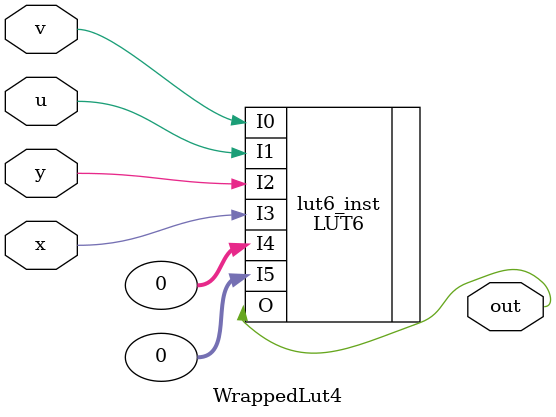
<source format=v>
module WrappedLut4
#(parameter INIT = 16'h800 // defaults to x & y & u & v
)(
    input wire x,
    input wire y,
    input wire u,
    input wire v,
    output wire out
);

`ifdef VERILATOR
    assign out = INIT >> {x, y, u, v};
`else
    (* DONT_TOUCH = "yes" *)
      LUT6 #(
        .INIT(64'h0000000000000000)
      )
      lut6_inst (
        .O(out),
        .I0(v),
        .I1(u),
        .I2(y),
        .I3(x),
        .I4(0),
        .I5(0)
      );
`endif

endmodule
</source>
